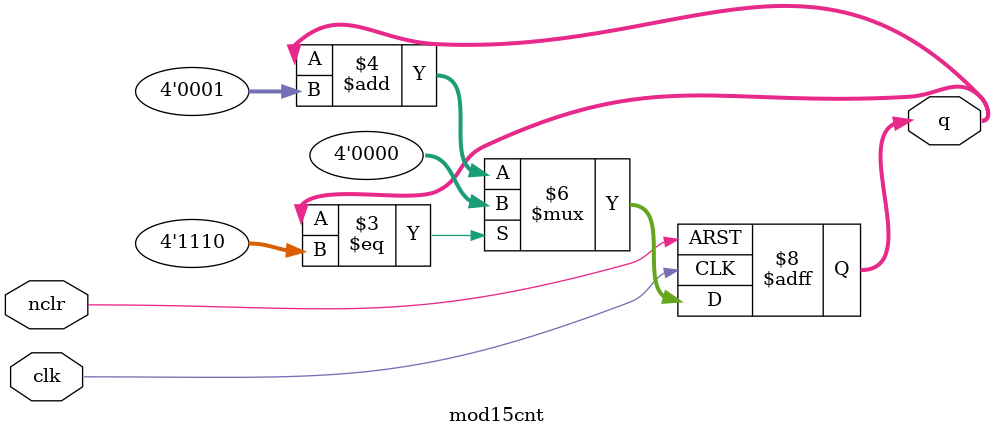
<source format=v>
module mod15cnt (
input wire clk,
input wire nclr,
output reg [3:0] q
);
always @ (posedge clk or negedge nclr)
begin
  if(!nclr)
q <= 4'b0;
else
  if(q==4'b1110)
    q <= 4'b0;
  else
q <= q + 4'b1;
end
endmodule

</source>
